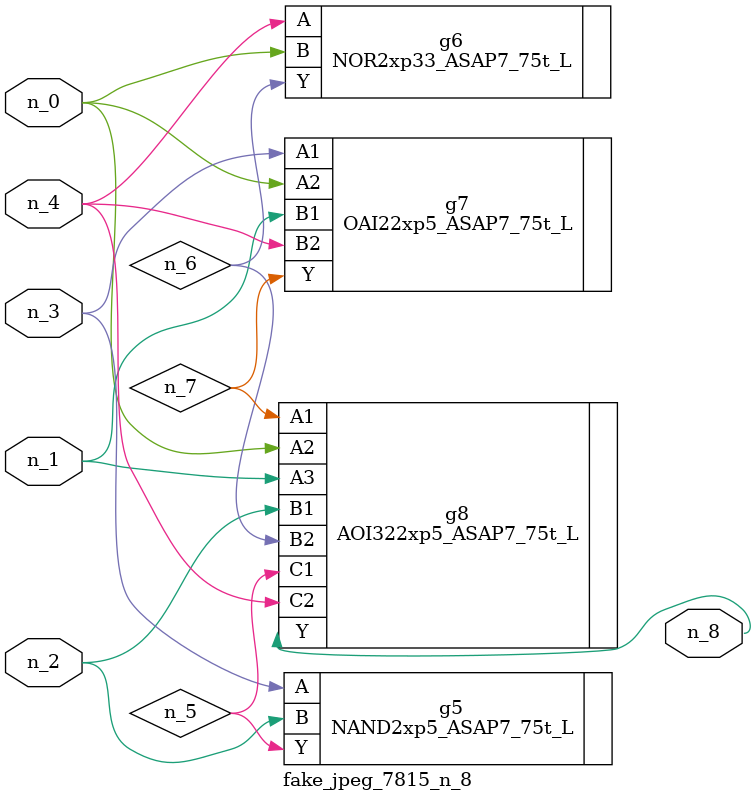
<source format=v>
module fake_jpeg_7815_n_8 (n_3, n_2, n_1, n_0, n_4, n_8);

input n_3;
input n_2;
input n_1;
input n_0;
input n_4;

output n_8;

wire n_6;
wire n_5;
wire n_7;

NAND2xp5_ASAP7_75t_L g5 ( 
.A(n_3),
.B(n_2),
.Y(n_5)
);

NOR2xp33_ASAP7_75t_L g6 ( 
.A(n_4),
.B(n_0),
.Y(n_6)
);

OAI22xp5_ASAP7_75t_L g7 ( 
.A1(n_3),
.A2(n_0),
.B1(n_1),
.B2(n_4),
.Y(n_7)
);

AOI322xp5_ASAP7_75t_L g8 ( 
.A1(n_7),
.A2(n_0),
.A3(n_1),
.B1(n_2),
.B2(n_6),
.C1(n_5),
.C2(n_4),
.Y(n_8)
);


endmodule
</source>
